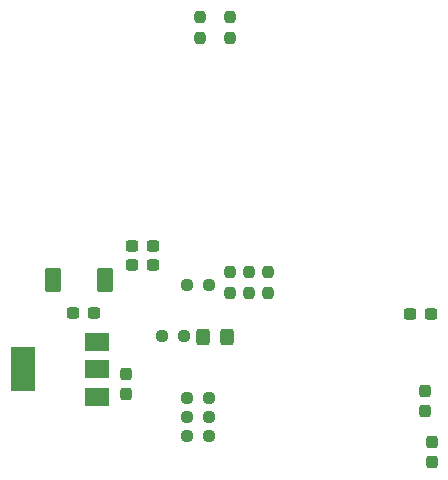
<source format=gtp>
%TF.GenerationSoftware,KiCad,Pcbnew,7.0.6*%
%TF.CreationDate,2024-01-07T21:19:13+01:00*%
%TF.ProjectId,esp-lamp,6573702d-6c61-46d7-902e-6b696361645f,rev?*%
%TF.SameCoordinates,Original*%
%TF.FileFunction,Paste,Top*%
%TF.FilePolarity,Positive*%
%FSLAX46Y46*%
G04 Gerber Fmt 4.6, Leading zero omitted, Abs format (unit mm)*
G04 Created by KiCad (PCBNEW 7.0.6) date 2024-01-07 21:19:13*
%MOMM*%
%LPD*%
G01*
G04 APERTURE LIST*
G04 Aperture macros list*
%AMRoundRect*
0 Rectangle with rounded corners*
0 $1 Rounding radius*
0 $2 $3 $4 $5 $6 $7 $8 $9 X,Y pos of 4 corners*
0 Add a 4 corners polygon primitive as box body*
4,1,4,$2,$3,$4,$5,$6,$7,$8,$9,$2,$3,0*
0 Add four circle primitives for the rounded corners*
1,1,$1+$1,$2,$3*
1,1,$1+$1,$4,$5*
1,1,$1+$1,$6,$7*
1,1,$1+$1,$8,$9*
0 Add four rect primitives between the rounded corners*
20,1,$1+$1,$2,$3,$4,$5,0*
20,1,$1+$1,$4,$5,$6,$7,0*
20,1,$1+$1,$6,$7,$8,$9,0*
20,1,$1+$1,$8,$9,$2,$3,0*%
G04 Aperture macros list end*
%ADD10RoundRect,0.237500X-0.250000X-0.237500X0.250000X-0.237500X0.250000X0.237500X-0.250000X0.237500X0*%
%ADD11RoundRect,0.237500X0.237500X-0.250000X0.237500X0.250000X-0.237500X0.250000X-0.237500X-0.250000X0*%
%ADD12RoundRect,0.237500X0.237500X-0.300000X0.237500X0.300000X-0.237500X0.300000X-0.237500X-0.300000X0*%
%ADD13RoundRect,0.237500X-0.300000X-0.237500X0.300000X-0.237500X0.300000X0.237500X-0.300000X0.237500X0*%
%ADD14RoundRect,0.237500X-0.237500X0.300000X-0.237500X-0.300000X0.237500X-0.300000X0.237500X0.300000X0*%
%ADD15RoundRect,0.250000X-0.325000X-0.450000X0.325000X-0.450000X0.325000X0.450000X-0.325000X0.450000X0*%
%ADD16RoundRect,0.237500X0.300000X0.237500X-0.300000X0.237500X-0.300000X-0.237500X0.300000X-0.237500X0*%
%ADD17RoundRect,0.250000X-0.450000X-0.800000X0.450000X-0.800000X0.450000X0.800000X-0.450000X0.800000X0*%
%ADD18R,2.000000X1.500000*%
%ADD19R,2.000000X3.800000*%
G04 APERTURE END LIST*
D10*
%TO.C,R3*%
X131575000Y-106800000D03*
X133400000Y-106800000D03*
%TD*%
D11*
%TO.C,R15*%
X132690000Y-74712500D03*
X132690000Y-72887500D03*
%TD*%
D12*
%TO.C,C4*%
X151700000Y-106312500D03*
X151700000Y-104587500D03*
%TD*%
D10*
%TO.C,R4*%
X131575000Y-108400000D03*
X133400000Y-108400000D03*
%TD*%
%TO.C,R5*%
X131587500Y-105200000D03*
X133412500Y-105200000D03*
%TD*%
D11*
%TO.C,R16*%
X135200000Y-74712500D03*
X135200000Y-72887500D03*
%TD*%
D13*
%TO.C,C1*%
X121937500Y-98000000D03*
X123662500Y-98000000D03*
%TD*%
D11*
%TO.C,R10*%
X135200000Y-96312500D03*
X135200000Y-94487500D03*
%TD*%
D14*
%TO.C,C5*%
X152350000Y-108887500D03*
X152350000Y-110612500D03*
%TD*%
D15*
%TO.C,D1*%
X132950000Y-100000000D03*
X135000000Y-100000000D03*
%TD*%
D16*
%TO.C,C11*%
X128662500Y-92300000D03*
X126937500Y-92300000D03*
%TD*%
D10*
%TO.C,R6*%
X131575000Y-95600000D03*
X133400000Y-95600000D03*
%TD*%
D13*
%TO.C,C3*%
X150487500Y-98100000D03*
X152212500Y-98100000D03*
%TD*%
D11*
%TO.C,R9*%
X138400000Y-96312500D03*
X138400000Y-94487500D03*
%TD*%
D17*
%TO.C,D2*%
X120200000Y-95200000D03*
X124600000Y-95200000D03*
%TD*%
D18*
%TO.C,U1*%
X123950000Y-105050000D03*
X123950000Y-102750000D03*
D19*
X117650000Y-102750000D03*
D18*
X123950000Y-100450000D03*
%TD*%
D16*
%TO.C,C10*%
X128662500Y-93900000D03*
X126937500Y-93900000D03*
%TD*%
D11*
%TO.C,R8*%
X136800000Y-96312500D03*
X136800000Y-94487500D03*
%TD*%
D10*
%TO.C,R14*%
X129475000Y-99900000D03*
X131300000Y-99900000D03*
%TD*%
D14*
%TO.C,C2*%
X126400000Y-103137500D03*
X126400000Y-104862500D03*
%TD*%
M02*

</source>
